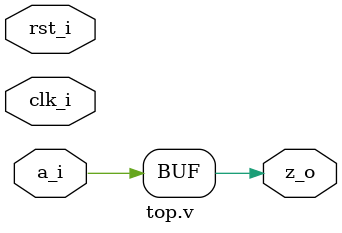
<source format=v>
module top.v (
	input  clk_i,
	input  rst_i,
	input  a_i,
	output z_o
);

assign z_o = a_i;
endmodule

</source>
